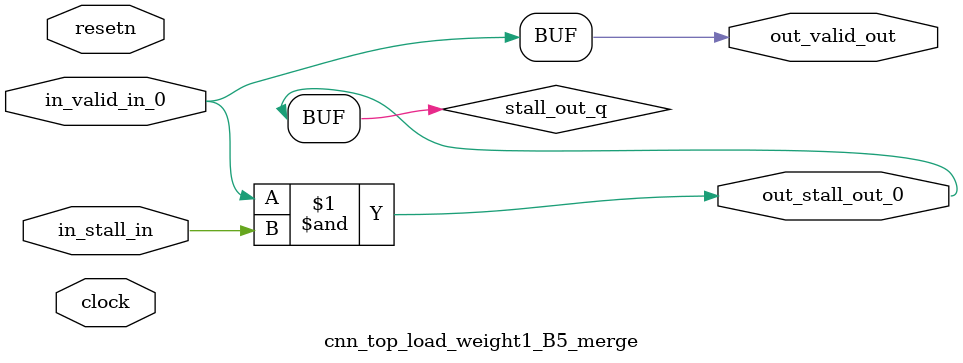
<source format=sv>



(* altera_attribute = "-name AUTO_SHIFT_REGISTER_RECOGNITION OFF; -name MESSAGE_DISABLE 10036; -name MESSAGE_DISABLE 10037; -name MESSAGE_DISABLE 14130; -name MESSAGE_DISABLE 14320; -name MESSAGE_DISABLE 15400; -name MESSAGE_DISABLE 14130; -name MESSAGE_DISABLE 10036; -name MESSAGE_DISABLE 12020; -name MESSAGE_DISABLE 12030; -name MESSAGE_DISABLE 12010; -name MESSAGE_DISABLE 12110; -name MESSAGE_DISABLE 14320; -name MESSAGE_DISABLE 13410; -name MESSAGE_DISABLE 113007; -name MESSAGE_DISABLE 10958" *)
module cnn_top_load_weight1_B5_merge (
    input wire [0:0] in_stall_in,
    input wire [0:0] in_valid_in_0,
    output wire [0:0] out_stall_out_0,
    output wire [0:0] out_valid_out,
    input wire clock,
    input wire resetn
    );

    wire [0:0] stall_out_q;


    // stall_out(LOGICAL,6)
    assign stall_out_q = in_valid_in_0 & in_stall_in;

    // out_stall_out_0(GPOUT,4)
    assign out_stall_out_0 = stall_out_q;

    // out_valid_out(GPOUT,5)
    assign out_valid_out = in_valid_in_0;

endmodule

</source>
